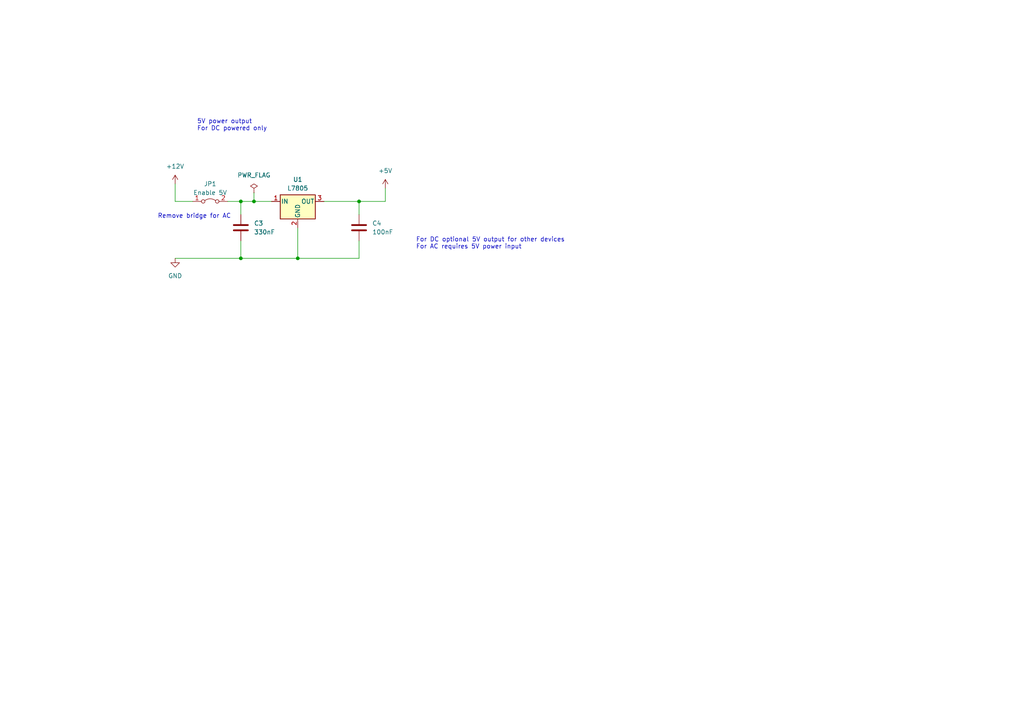
<source format=kicad_sch>
(kicad_sch (version 20230121) (generator eeschema)
  (paper "A4")
  (title_block (date "April 2024") (comment 1 "www.penguintutor.com/projects/modelrailwaypoints"))
  (lib_symbols
    (symbol "Device:C" (pin_numbers hide) (pin_names (offset 0.254))
      (property "Reference" "C" (at 0.635 2.54 0))
      (property "Value" "C" (at 0.635 -2.54 0))
      (symbol "C_0_1"
        (polyline (pts (xy -2.032 -0.762) (xy 2.032 -0.762)) (stroke (width 0.508)))
        (polyline (pts (xy -2.032 0.762) (xy 2.032 0.762)) (stroke (width 0.508)))
      )
      (symbol "C_1_1"
        (pin passive line (at 0 3.81 270) (length 2.794) (name "~") (number "1"))
        (pin passive line (at 0 -3.81 90) (length 2.794) (name "~") (number "2"))
      )
    )
    (symbol "Jumper:Jumper_2_Bridged" (pin_names (offset 0) hide)
      (property "Reference" "JP" (at 0 1.905 0))
      (property "Value" "Jumper_2_Bridged" (at 0 -2.54 0))
      (symbol "Jumper_2_Bridged_0_0"
        (circle (center -2.032 0) (radius 0.508))
        (circle (center 2.032 0) (radius 0.508))
      )
      (symbol "Jumper_2_Bridged_0_1"
        (arc (start 1.524 0.254) (mid 0 0.762) (end -1.524 0.254))
      )
      (symbol "Jumper_2_Bridged_1_1"
        (pin passive line (at -5.08 0 0) (length 2.54) (name "A") (number "1"))
        (pin passive line (at 5.08 0 180) (length 2.54) (name "B") (number "2"))
      )
    )
    (symbol "Regulator_Linear:L7805" (pin_names (offset 0.254))
      (property "Reference" "U" (at -3.81 3.175 0))
      (property "Value" "L7805" (at 0 3.175 0))
      (symbol "L7805_0_1"
        (rectangle (start -5.08 1.905) (end 5.08 -5.08) (stroke (width 0.254)) (fill (type background)))
      )
      (symbol "L7805_1_1"
        (pin power_in line (at -7.62 0 0) (length 2.54) (name "IN") (number "1"))
        (pin power_in line (at 0 -7.62 90) (length 2.54) (name "GND") (number "2"))
        (pin power_out line (at 7.62 0 180) (length 2.54) (name "OUT") (number "3"))
      )
    )
    (symbol "power:+12V" (power) (pin_names (offset 0))
      (property "Value" "+12V" (at 0 3.556 0))
      (symbol "+12V_0_1"
        (polyline (pts (xy -0.762 1.27) (xy 0 2.54)))
        (polyline (pts (xy 0 0) (xy 0 2.54)))
        (polyline (pts (xy 0 2.54) (xy 0.762 1.27)))
      )
      (symbol "+12V_1_1"
        (pin power_in line (at 0 0 90) (length 0) hide (name "+12V") (number "1"))
      )
    )
    (symbol "power:+5V" (power) (pin_names (offset 0))
      (property "Value" "+5V" (at 0 3.556 0))
      (symbol "+5V_0_1"
        (polyline (pts (xy -0.762 1.27) (xy 0 2.54)))
        (polyline (pts (xy 0 0) (xy 0 2.54)))
        (polyline (pts (xy 0 2.54) (xy 0.762 1.27)))
      )
      (symbol "+5V_1_1"
        (pin power_in line (at 0 0 90) (length 0) hide (name "+5V") (number "1"))
      )
    )
    (symbol "power:GND" (power) (pin_names (offset 0))
      (property "Value" "GND" (at 0 -3.81 0))
      (symbol "GND_0_1"
        (polyline (pts (xy 0 0) (xy 0 -1.27) (xy 1.27 -1.27) (xy 0 -2.54) (xy -1.27 -1.27) (xy 0 -1.27)))
      )
      (symbol "GND_1_1"
        (pin power_in line (at 0 0 270) (length 0) hide (name "GND") (number "1"))
      )
    )
    (symbol "power:PWR_FLAG" (power) (pin_numbers hide) (pin_names (offset 0) hide)
      (property "Value" "PWR_FLAG" (at 0 3.81 0))
      (symbol "PWR_FLAG_0_0"
        (pin power_out line (at 0 0 90) (length 0) (name "pwr") (number "1"))
      )
      (symbol "PWR_FLAG_0_1"
        (polyline (pts (xy 0 0) (xy 0 1.27) (xy -1.016 1.905) (xy 0 2.54) (xy 1.016 1.905) (xy 0 1.27)))
      )
    )
  )
  (junction (at 73.66 58.42))
  (junction (at 69.85 74.93))
  (junction (at 86.36 74.93))
  (junction (at 69.85 58.42))
  (junction (at 104.14 58.42))
  (wire (pts (xy 66.04 58.42) (xy 69.85 58.42)))
  (wire (pts (xy 69.85 58.42) (xy 69.85 62.23)))
  (wire (pts (xy 73.66 55.88) (xy 73.66 58.42)))
  (wire (pts (xy 50.8 74.93) (xy 69.85 74.93)))
  (wire (pts (xy 86.36 66.04) (xy 86.36 74.93)))
  (wire (pts (xy 93.98 58.42) (xy 104.14 58.42)))
  (wire (pts (xy 111.76 54.61) (xy 111.76 58.42)))
  (wire (pts (xy 104.14 58.42) (xy 104.14 62.23)))
  (wire (pts (xy 104.14 58.42) (xy 111.76 58.42)))
  (wire (pts (xy 69.85 58.42) (xy 73.66 58.42)))
  (wire (pts (xy 50.8 58.42) (xy 55.88 58.42)))
  (wire (pts (xy 73.66 58.42) (xy 78.74 58.42)))
  (wire (pts (xy 86.36 74.93) (xy 104.14 74.93)))
  (wire (pts (xy 69.85 74.93) (xy 69.85 69.85)))
  (wire (pts (xy 69.85 74.93) (xy 86.36 74.93)))
  (wire (pts (xy 104.14 74.93) (xy 104.14 69.85)))
  (wire (pts (xy 50.8 53.34) (xy 50.8 58.42)))
  (text "For DC optional 5V output for other devices\nFor AC requires 5V power input" (at 120.65 72.39 0) (effects (font (size 1.27 1.27)) (justify left bottom)))
  (text "5V power output\nFor DC powered only" (at 57.15 38.1 0) (effects (font (size 1.27 1.27)) (justify left bottom)))
  (text "Remove bridge for AC" (at 45.72 63.5 0) (effects (font (size 1.27 1.27)) (justify left bottom)))
  (symbol (lib_id "power:PWR_FLAG") (at 73.66 55.88 0) (unit 1)
    (property "Reference" "#FLG03" (effects hide))
    (property "Value" "PWR_FLAG" (at 73.66 50.8 0))
  )
  (symbol (lib_id "power:+12V") (at 50.8 53.34 0) (unit 1)
    (property "Reference" "#PWR03" (effects hide))
    (property "Value" "+12V" (at 50.8 48.26 0))
    (instances (project "point-controller" (path "" (reference "#PWR03") (unit 1)) (path "" (reference "#PWR012") (unit 1))))
  )
  (symbol (lib_id "Jumper:Jumper_2_Bridged") (at 60.96 58.42 0) (unit 1)
    (property "Reference" "JP1" (at 60.96 53.34 0))
    (property "Value" "Enable 5V" (at 60.96 55.88 0))
    (property "Footprint" "Connector_PinHeader_2.54mm:PinHeader_1x02_P2.54mm_Vertical" (effects hide))
  )
  (symbol (lib_id "power:GND") (at 50.8 74.93 0) (unit 1)
    (property "Reference" "#PWR04" (effects hide))
    (property "Value" "GND" (at 50.8 80.01 0))
    (instances (project "point-controller" (path "" (reference "#PWR04") (unit 1)) (path "" (reference "#PWR014") (unit 1))))
  )
  (symbol (lib_id "Device:C") (at 104.14 66.04 0) (unit 1)
    (property "Reference" "C4" (at 107.95 64.77 0) (effects (justify left)))
    (property "Value" "100nF" (at 107.95 67.31 0) (effects (justify left)))
    (property "Footprint" "Capacitor_THT:C_Rect_L11.5mm_W7.5mm_P10.00mm_MKT" (effects hide))
    (instances (project "point-controller" (path "" (reference "C4") (unit 1)) (path "" (reference "C5") (unit 1))))
  )
  (symbol (lib_id "power:+5V") (at 111.76 54.61 0) (unit 1)
    (property "Reference" "#PWR05" (effects hide))
    (property "Value" "+5V" (at 111.76 49.53 0))
    (instances (project "point-controller" (path "" (reference "#PWR05") (unit 1)) (path "" (reference "#PWR013") (unit 1))))
  )
  (symbol (lib_id "Regulator_Linear:L7805") (at 86.36 58.42 0) (unit 1)
    (property "Reference" "U1" (at 86.36 52.07 0))
    (property "Value" "L7805" (at 86.36 54.61 0))
    (property "Footprint" "Package_TO_SOT_THT:TO-220-3_Vertical" (effects hide))
    (property "Datasheet" "http://www.st.com/content/ccc/resource/technical/document/datasheet/41/4f/b3/b0/12/d4/47/88/CD00000444.pdf/files/CD00000444.pdf/jcr:content/translations/en.CD00000444.pdf" (effects hide))
  )
  (symbol (lib_id "Device:C") (at 69.85 66.04 0) (unit 1)
    (property "Reference" "C3" (at 73.66 64.77 0) (effects (justify left)))
    (property "Value" "330nF" (at 73.66 67.31 0) (effects (justify left)))
    (property "Footprint" "Capacitor_THT:C_Rect_L7.0mm_W2.0mm_P5.00mm" (effects hide))
    (instances (project "point-controller" (path "" (reference "C3") (unit 1)) (path "" (reference "C4") (unit 1))))
  )
)
</source>
